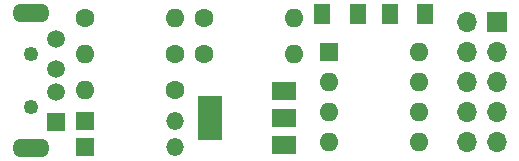
<source format=gts>
%TF.GenerationSoftware,KiCad,Pcbnew,(6.0.8)*%
%TF.CreationDate,2023-02-21T13:23:49+01:00*%
%TF.ProjectId,attiny85,61747469-6e79-4383-952e-6b696361645f,rev?*%
%TF.SameCoordinates,Original*%
%TF.FileFunction,Soldermask,Top*%
%TF.FilePolarity,Negative*%
%FSLAX46Y46*%
G04 Gerber Fmt 4.6, Leading zero omitted, Abs format (unit mm)*
G04 Created by KiCad (PCBNEW (6.0.8)) date 2023-02-21 13:23:49*
%MOMM*%
%LPD*%
G01*
G04 APERTURE LIST*
G04 Aperture macros list*
%AMRoundRect*
0 Rectangle with rounded corners*
0 $1 Rounding radius*
0 $2 $3 $4 $5 $6 $7 $8 $9 X,Y pos of 4 corners*
0 Add a 4 corners polygon primitive as box body*
4,1,4,$2,$3,$4,$5,$6,$7,$8,$9,$2,$3,0*
0 Add four circle primitives for the rounded corners*
1,1,$1+$1,$2,$3*
1,1,$1+$1,$4,$5*
1,1,$1+$1,$6,$7*
1,1,$1+$1,$8,$9*
0 Add four rect primitives between the rounded corners*
20,1,$1+$1,$2,$3,$4,$5,0*
20,1,$1+$1,$4,$5,$6,$7,0*
20,1,$1+$1,$6,$7,$8,$9,0*
20,1,$1+$1,$8,$9,$2,$3,0*%
G04 Aperture macros list end*
%ADD10R,1.508000X1.508000*%
%ADD11C,1.508000*%
%ADD12C,1.250000*%
%ADD13O,3.150000X1.575000*%
%ADD14R,1.700000X1.700000*%
%ADD15O,1.700000X1.700000*%
%ADD16C,1.600000*%
%ADD17O,1.600000X1.600000*%
%ADD18RoundRect,0.250001X0.462499X0.624999X-0.462499X0.624999X-0.462499X-0.624999X0.462499X-0.624999X0*%
%ADD19R,1.600000X1.600000*%
%ADD20R,1.500000X1.500000*%
%ADD21O,1.500000X1.500000*%
%ADD22R,2.000000X1.500000*%
%ADD23R,2.000000X3.800000*%
G04 APERTURE END LIST*
D10*
%TO.C,J1*%
X169737500Y-87555750D03*
D11*
X169737500Y-85055750D03*
X169737500Y-83055750D03*
X169737500Y-80555750D03*
D12*
X167637500Y-86305750D03*
X167637500Y-81805750D03*
D13*
X167637500Y-78355750D03*
X167637500Y-89755750D03*
%TD*%
D14*
%TO.C,J2*%
X207090000Y-79100000D03*
D15*
X204550000Y-79100000D03*
X207090000Y-81640000D03*
X204550000Y-81640000D03*
X207090000Y-84180000D03*
X204550000Y-84180000D03*
X207090000Y-86720000D03*
X204550000Y-86720000D03*
X207090000Y-89260000D03*
X204550000Y-89260000D03*
%TD*%
D16*
%TO.C,R4*%
X182290000Y-78800000D03*
D17*
X189910000Y-78800000D03*
%TD*%
D18*
%TO.C,D4*%
X195287500Y-78400000D03*
X192312500Y-78400000D03*
%TD*%
D16*
%TO.C,R5*%
X182290000Y-81820000D03*
D17*
X189910000Y-81820000D03*
%TD*%
D16*
%TO.C,R1*%
X172200000Y-78800000D03*
D17*
X179820000Y-78800000D03*
%TD*%
D19*
%TO.C,U1*%
X192900000Y-81650000D03*
D17*
X192900000Y-84190000D03*
X192900000Y-86730000D03*
X192900000Y-89270000D03*
X200520000Y-89270000D03*
X200520000Y-86730000D03*
X200520000Y-84190000D03*
X200520000Y-81650000D03*
%TD*%
D18*
%TO.C,D3*%
X200987500Y-78400000D03*
X198012500Y-78400000D03*
%TD*%
D20*
%TO.C,D1*%
X172200000Y-89650000D03*
D21*
X179820000Y-89650000D03*
%TD*%
D22*
%TO.C,U2*%
X189100000Y-89550000D03*
D23*
X182800000Y-87250000D03*
D22*
X189100000Y-87250000D03*
X189100000Y-84950000D03*
%TD*%
D16*
%TO.C,R3*%
X179810000Y-81800000D03*
D17*
X172190000Y-81800000D03*
%TD*%
D16*
%TO.C,R2*%
X179810000Y-84900000D03*
D17*
X172190000Y-84900000D03*
%TD*%
D20*
%TO.C,D2*%
X172200000Y-87500000D03*
D21*
X179820000Y-87500000D03*
%TD*%
M02*

</source>
